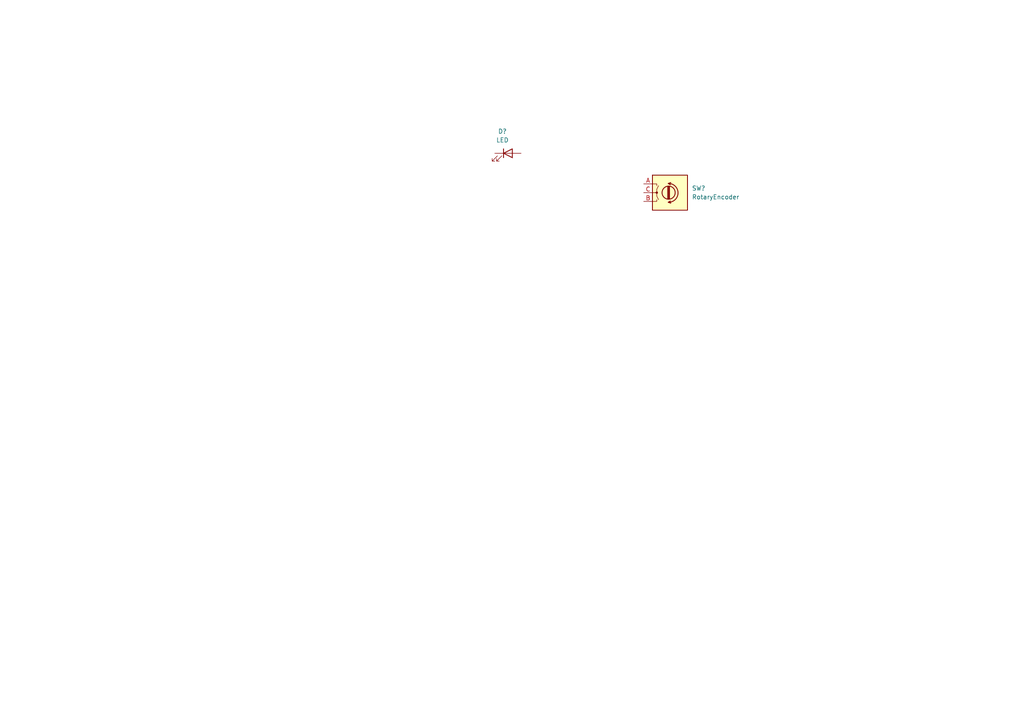
<source format=kicad_sch>
(kicad_sch (version 20211123) (generator eeschema)
  (paper "A4")
  (lib_symbols
    (symbol "Device:LED" (pin_numbers hide) (pin_names (offset 1.016) hide)
      (property "Reference" "D" (at 0 2.54 0))
      (property "Value" "LED" (at 0 -2.54 0))
      (symbol "LED_0_1"
        (polyline (pts (xy -1.27 -1.27) (xy -1.27 1.27)) (stroke (width 0.254)))
        (polyline (pts (xy -1.27 0) (xy 1.27 0)))
        (polyline (pts (xy 1.27 -1.27) (xy 1.27 1.27) (xy -1.27 0) (xy 1.27 -1.27)) (stroke (width 0.254)))
        (polyline (pts (xy -3.048 -0.762) (xy -4.572 -2.286) (xy -3.81 -2.286) (xy -4.572 -2.286) (xy -4.572 -1.524)))
        (polyline (pts (xy -1.778 -0.762) (xy -3.302 -2.286) (xy -2.54 -2.286) (xy -3.302 -2.286) (xy -3.302 -1.524)))
      )
      (symbol "LED_1_1"
        (pin passive line (at -3.81 0 0) (length 2.54) (name "K") (number "1"))
        (pin passive line (at 3.81 0 180) (length 2.54) (name "A") (number "2"))
      )
    )
    (symbol "Device:RotaryEncoder" (pin_names (offset 0.254) hide)
      (property "Reference" "SW" (at 0 6.604 0))
      (property "Value" "RotaryEncoder" (at 0 -6.604 0))
      (symbol "RotaryEncoder_0_1"
        (rectangle (start -5.08 5.08) (end 5.08 -5.08) (stroke (width 0.254)) (fill (type background)))
        (circle (center -3.81 0) (radius 0.254) (fill (type outline)))
        (arc (start -0.381 -2.794) (mid 2.3622 -0.0508) (end -0.381 2.667) (stroke (width 0.254)))
        (circle (center -0.381 0) (radius 1.905) (stroke (width 0.254)))
        (polyline (pts (xy -0.635 -1.778) (xy -0.635 1.778)) (stroke (width 0.254)))
        (polyline (pts (xy -0.381 -1.778) (xy -0.381 1.778)) (stroke (width 0.254)))
        (polyline (pts (xy -0.127 1.778) (xy -0.127 -1.778)) (stroke (width 0.254)))
        (polyline (pts (xy -5.08 -2.54) (xy -3.81 -2.54) (xy -3.81 -2.032)))
        (polyline (pts (xy -5.08 2.54) (xy -3.81 2.54) (xy -3.81 2.032)))
        (polyline (pts (xy 0.254 -3.048) (xy -0.508 -2.794) (xy 0.127 -2.413)) (stroke (width 0.254)))
        (polyline (pts (xy 0.254 2.921) (xy -0.508 2.667) (xy 0.127 2.286)) (stroke (width 0.254)))
        (polyline (pts (xy -5.08 0) (xy -3.81 0) (xy -3.81 -1.016) (xy -3.302 -2.032)))
        (polyline (pts (xy -4.318 0) (xy -3.81 0) (xy -3.81 1.016) (xy -3.302 2.032)))
      )
      (symbol "RotaryEncoder_1_1"
        (pin passive line (at -7.62 2.54 0) (length 2.54) (name "A") (number "A"))
        (pin passive line (at -7.62 -2.54 0) (length 2.54) (name "B") (number "B"))
        (pin passive line (at -7.62 0 0) (length 2.54) (name "C") (number "C"))
      )
    )
  )
  (symbol (lib_id "Device:LED") (at 147.32 44.45 0) (unit 1)
    (property "Reference" "D?" (at 145.7325 38.1 0))
    (property "Value" "LED" (at 145.7325 40.64 0))
  )
  (symbol (lib_id "Device:RotaryEncoder") (at 194.31 55.88 0) (unit 1)
    (property "Reference" "SW?" (at 200.66 54.6099 0) (effects (justify left)))
    (property "Value" "RotaryEncoder" (at 200.66 57.1499 0) (effects (justify left)))
  )
)
</source>
